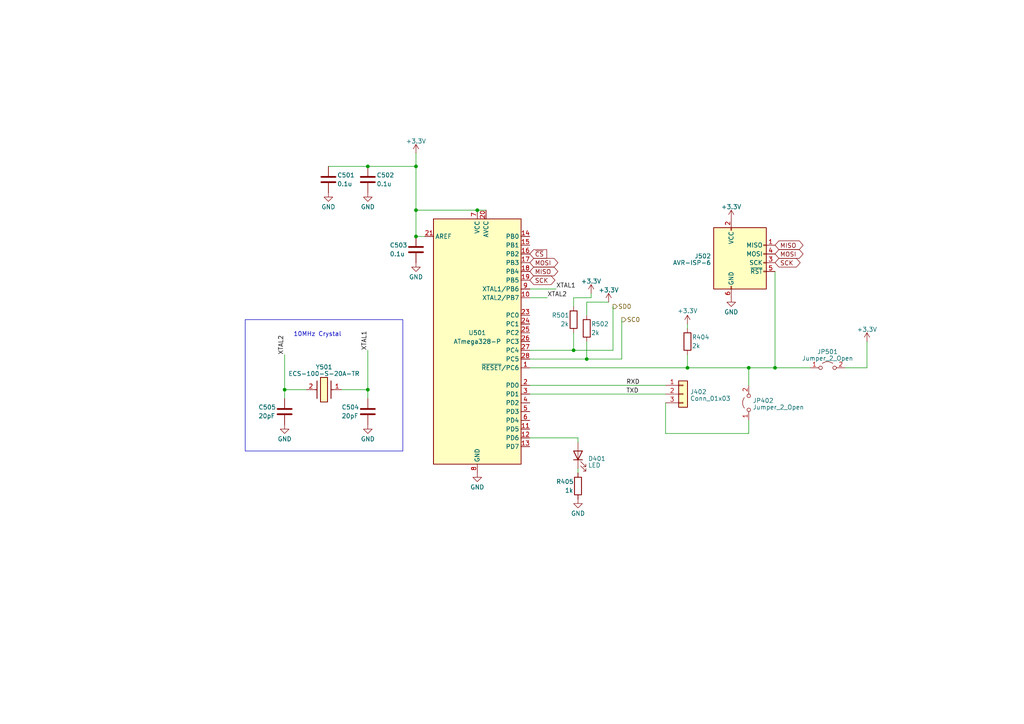
<source format=kicad_sch>
(kicad_sch (version 20230121) (generator eeschema)
  (paper "A4")
  (lib_symbols
    (symbol "Connector:AVR-ISP-6" (pin_names (offset 1.016))
      (property "Reference" "J" (at -6.35 11.43 0))
      (property "Value" "AVR-ISP-6" (at 0 11.43 0))
      (symbol "AVR-ISP-6_0_1"
        (rectangle (start -2.667 -6.858) (end -2.413 -7.62))
        (rectangle (start -2.667 10.16) (end -2.413 9.398))
        (rectangle (start 7.62 -2.413) (end 6.858 -2.667))
        (rectangle (start 7.62 0.127) (end 6.858 -0.127))
        (rectangle (start 7.62 2.667) (end 6.858 2.413))
        (rectangle (start 7.62 5.207) (end 6.858 4.953))
        (rectangle (start 7.62 10.16) (end -7.62 -7.62) (stroke (width 0.254)) (fill (type background)))
      )
      (symbol "AVR-ISP-6_1_1"
        (pin passive line (at 10.16 5.08 180) (length 2.54) (name "MISO") (number "1"))
        (pin passive line (at -2.54 12.7 270) (length 2.54) (name "VCC") (number "2"))
        (pin passive line (at 10.16 0 180) (length 2.54) (name "SCK") (number "3"))
        (pin passive line (at 10.16 2.54 180) (length 2.54) (name "MOSI") (number "4"))
        (pin passive line (at 10.16 -2.54 180) (length 2.54) (name "~{RST}") (number "5"))
        (pin passive line (at -2.54 -10.16 90) (length 2.54) (name "GND") (number "6"))
      )
    )
    (symbol "Connector_Generic:Conn_01x03" (pin_names (offset 1.016) hide)
      (property "Reference" "J" (at 0 5.08 0))
      (property "Value" "Conn_01x03" (at 0 -5.08 0))
      (symbol "Conn_01x03_1_1"
        (rectangle (start -1.27 -2.413) (end 0 -2.667) (stroke (width 0.1524)))
        (rectangle (start -1.27 0.127) (end 0 -0.127) (stroke (width 0.1524)))
        (rectangle (start -1.27 2.667) (end 0 2.413) (stroke (width 0.1524)))
        (rectangle (start -1.27 3.81) (end 1.27 -3.81) (stroke (width 0.254)) (fill (type background)))
        (pin passive line (at -5.08 2.54 0) (length 3.81) (name "Pin_1") (number "1"))
        (pin passive line (at -5.08 0 0) (length 3.81) (name "Pin_2") (number "2"))
        (pin passive line (at -5.08 -2.54 0) (length 3.81) (name "Pin_3") (number "3"))
      )
    )
    (symbol "Device:C" (pin_numbers hide) (pin_names (offset 0.254))
      (property "Reference" "C" (at 0.635 2.54 0))
      (property "Value" "C" (at 0.635 -2.54 0))
      (symbol "C_0_1"
        (polyline (pts (xy -2.032 -0.762) (xy 2.032 -0.762)) (stroke (width 0.508)))
        (polyline (pts (xy -2.032 0.762) (xy 2.032 0.762)) (stroke (width 0.508)))
      )
      (symbol "C_1_1"
        (pin passive line (at 0 3.81 270) (length 2.794) (name "~") (number "1"))
        (pin passive line (at 0 -3.81 90) (length 2.794) (name "~") (number "2"))
      )
    )
    (symbol "Device:LED" (pin_numbers hide) (pin_names (offset 1.016) hide)
      (property "Reference" "D" (at 0 2.54 0))
      (property "Value" "LED" (at 0 -2.54 0))
      (symbol "LED_0_1"
        (polyline (pts (xy -1.27 -1.27) (xy -1.27 1.27)) (stroke (width 0.254)))
        (polyline (pts (xy -1.27 0) (xy 1.27 0)))
        (polyline (pts (xy 1.27 -1.27) (xy 1.27 1.27) (xy -1.27 0) (xy 1.27 -1.27)) (stroke (width 0.254)))
        (polyline (pts (xy -3.048 -0.762) (xy -4.572 -2.286) (xy -3.81 -2.286) (xy -4.572 -2.286) (xy -4.572 -1.524)))
        (polyline (pts (xy -1.778 -0.762) (xy -3.302 -2.286) (xy -2.54 -2.286) (xy -3.302 -2.286) (xy -3.302 -1.524)))
      )
      (symbol "LED_1_1"
        (pin passive line (at -3.81 0 0) (length 2.54) (name "K") (number "1"))
        (pin passive line (at 3.81 0 180) (length 2.54) (name "A") (number "2"))
      )
    )
    (symbol "Device:R" (pin_numbers hide) (pin_names (offset 0))
      (property "Reference" "R" (at 2.032 0 90))
      (property "Value" "R" (at 0 0 90))
      (symbol "R_0_1"
        (rectangle (start -1.016 -2.54) (end 1.016 2.54) (stroke (width 0.254)))
      )
      (symbol "R_1_1"
        (pin passive line (at 0 3.81 270) (length 1.27) (name "~") (number "1"))
        (pin passive line (at 0 -3.81 90) (length 1.27) (name "~") (number "2"))
      )
    )
    (symbol "Jumper:Jumper_2_Open" (pin_names (offset 0) hide)
      (property "Reference" "JP" (at 0 2.794 0))
      (property "Value" "Jumper_2_Open" (at 0 -2.286 0))
      (symbol "Jumper_2_Open_0_0"
        (circle (center -2.032 0) (radius 0.508))
        (circle (center 2.032 0) (radius 0.508))
      )
      (symbol "Jumper_2_Open_0_1"
        (arc (start 1.524 1.27) (mid 0 1.778) (end -1.524 1.27))
      )
      (symbol "Jumper_2_Open_1_1"
        (pin passive line (at -5.08 0 0) (length 2.54) (name "A") (number "1"))
        (pin passive line (at 5.08 0 180) (length 2.54) (name "B") (number "2"))
      )
    )
    (symbol "MCU_Microchip_ATmega:ATmega328-P"
      (property "Reference" "U" (at -12.7 36.83 0))
      (property "Value" "ATmega328-P" (at 2.54 -36.83 0))
      (symbol "ATmega328-P_0_1"
        (rectangle (start -12.7 -35.56) (end 12.7 35.56) (stroke (width 0.254)) (fill (type background)))
      )
      (symbol "ATmega328-P_1_1"
        (pin bidirectional line (at 15.24 -7.62 180) (length 2.54) (name "~{RESET}/PC6") (number "1"))
        (pin bidirectional line (at 15.24 12.7 180) (length 2.54) (name "XTAL2/PB7") (number "10"))
        (pin bidirectional line (at 15.24 -25.4 180) (length 2.54) (name "PD5") (number "11"))
        (pin bidirectional line (at 15.24 -27.94 180) (length 2.54) (name "PD6") (number "12"))
        (pin bidirectional line (at 15.24 -30.48 180) (length 2.54) (name "PD7") (number "13"))
        (pin bidirectional line (at 15.24 30.48 180) (length 2.54) (name "PB0") (number "14"))
        (pin bidirectional line (at 15.24 27.94 180) (length 2.54) (name "PB1") (number "15"))
        (pin bidirectional line (at 15.24 25.4 180) (length 2.54) (name "PB2") (number "16"))
        (pin bidirectional line (at 15.24 22.86 180) (length 2.54) (name "PB3") (number "17"))
        (pin bidirectional line (at 15.24 20.32 180) (length 2.54) (name "PB4") (number "18"))
        (pin bidirectional line (at 15.24 17.78 180) (length 2.54) (name "PB5") (number "19"))
        (pin bidirectional line (at 15.24 -12.7 180) (length 2.54) (name "PD0") (number "2"))
        (pin power_in line (at 2.54 38.1 270) (length 2.54) (name "AVCC") (number "20"))
        (pin passive line (at -15.24 30.48 0) (length 2.54) (name "AREF") (number "21"))
        (pin passive line (at 0 -38.1 90) (length 2.54) hide (name "GND") (number "22"))
        (pin bidirectional line (at 15.24 7.62 180) (length 2.54) (name "PC0") (number "23"))
        (pin bidirectional line (at 15.24 5.08 180) (length 2.54) (name "PC1") (number "24"))
        (pin bidirectional line (at 15.24 2.54 180) (length 2.54) (name "PC2") (number "25"))
        (pin bidirectional line (at 15.24 0 180) (length 2.54) (name "PC3") (number "26"))
        (pin bidirectional line (at 15.24 -2.54 180) (length 2.54) (name "PC4") (number "27"))
        (pin bidirectional line (at 15.24 -5.08 180) (length 2.54) (name "PC5") (number "28"))
        (pin bidirectional line (at 15.24 -15.24 180) (length 2.54) (name "PD1") (number "3"))
        (pin bidirectional line (at 15.24 -17.78 180) (length 2.54) (name "PD2") (number "4"))
        (pin bidirectional line (at 15.24 -20.32 180) (length 2.54) (name "PD3") (number "5"))
        (pin bidirectional line (at 15.24 -22.86 180) (length 2.54) (name "PD4") (number "6"))
        (pin power_in line (at 0 38.1 270) (length 2.54) (name "VCC") (number "7"))
        (pin power_in line (at 0 -38.1 90) (length 2.54) (name "GND") (number "8"))
        (pin bidirectional line (at 15.24 15.24 180) (length 2.54) (name "XTAL1/PB6") (number "9"))
      )
    )
    (symbol "SamacSys_Parts:ECS-100-S-20A-TR" (pin_names hide)
      (property "Reference" "Y" (at 8.89 6.35 0))
      (property "Value" "ECS-100-S-20A-TR" (at 8.89 3.81 0))
      (symbol "ECS-100-S-20A-TR_1_1"
        (polyline (pts (xy 3.048 0) (xy 2.54 0)) (stroke (width 0.254)))
        (polyline (pts (xy 3.048 2.54) (xy 3.048 -2.54)) (stroke (width 0.254)))
        (polyline (pts (xy 7.112 0) (xy 7.62 0)) (stroke (width 0.254)))
        (polyline (pts (xy 7.112 2.54) (xy 7.112 -2.54)) (stroke (width 0.254)))
        (rectangle (start 4.064 3.556) (end 6.096 -3.556) (stroke (width 0.254)) (fill (type background)))
        (pin passive line (at 10.16 0 180) (length 2.54) (name "CRYSTAL__2") (number "1"))
        (pin passive line (at 0 0 0) (length 2.54) (name "CRYSTAL__2") (number "2"))
      )
    )
    (symbol "power:+3.3V" (power) (pin_names (offset 0))
      (property "Value" "+3.3V" (at 0 3.556 0))
      (symbol "+3.3V_0_1"
        (polyline (pts (xy -0.762 1.27) (xy 0 2.54)))
        (polyline (pts (xy 0 0) (xy 0 2.54)))
        (polyline (pts (xy 0 2.54) (xy 0.762 1.27)))
      )
      (symbol "+3.3V_1_1"
        (pin power_in line (at 0 0 90) (length 0) hide (name "+3.3V") (number "1"))
      )
    )
    (symbol "power:GND" (power) (pin_names (offset 0))
      (property "Value" "GND" (at 0 -3.81 0))
      (symbol "GND_0_1"
        (polyline (pts (xy 0 0) (xy 0 -1.27) (xy 1.27 -1.27) (xy 0 -2.54) (xy -1.27 -1.27) (xy 0 -1.27)))
      )
      (symbol "GND_1_1"
        (pin power_in line (at 0 0 270) (length 0) hide (name "GND") (number "1"))
      )
    )
  )
  (junction (at 82.55 113.03))
  (junction (at 224.79 106.68))
  (junction (at 106.68 48.26))
  (junction (at 120.65 60.96))
  (junction (at 170.18 104.14))
  (junction (at 120.65 48.26))
  (junction (at 166.37 101.6))
  (junction (at 106.68 113.03))
  (junction (at 120.65 68.58))
  (junction (at 217.17 106.68))
  (junction (at 138.43 60.96))
  (junction (at 199.39 106.68))
  (wire (pts (xy 217.17 106.68) (xy 224.79 106.68)))
  (wire (pts (xy 95.25 48.26) (xy 106.68 48.26)))
  (wire (pts (xy 171.45 86.36) (xy 171.45 85.09)))
  (wire (pts (xy 82.55 113.03) (xy 82.55 115.57)))
  (wire (pts (xy 82.55 113.03) (xy 88.9 113.03)))
  (wire (pts (xy 153.67 106.68) (xy 199.39 106.68)))
  (wire (pts (xy 153.67 104.14) (xy 170.18 104.14)))
  (wire (pts (xy 120.65 60.96) (xy 138.43 60.96)))
  (wire (pts (xy 120.65 44.45) (xy 120.65 48.26)))
  (wire (pts (xy 199.39 102.87) (xy 199.39 106.68)))
  (wire (pts (xy 224.79 106.68) (xy 234.95 106.68)))
  (wire (pts (xy 170.18 87.63) (xy 176.53 87.63)))
  (wire (pts (xy 158.75 86.36) (xy 153.67 86.36)))
  (wire (pts (xy 106.68 113.03) (xy 99.06 113.03)))
  (wire (pts (xy 245.11 106.68) (xy 251.46 106.68)))
  (wire (pts (xy 177.8 101.6) (xy 177.8 88.9)))
  (wire (pts (xy 153.67 111.76) (xy 193.04 111.76)))
  (wire (pts (xy 170.18 104.14) (xy 180.34 104.14)))
  (wire (pts (xy 161.29 83.82) (xy 153.67 83.82)))
  (wire (pts (xy 217.17 125.73) (xy 217.17 121.92)))
  (wire (pts (xy 106.68 101.6) (xy 106.68 113.03)))
  (wire (pts (xy 180.34 104.14) (xy 180.34 92.71)))
  (wire (pts (xy 120.65 68.58) (xy 123.19 68.58)))
  (wire (pts (xy 199.39 106.68) (xy 217.17 106.68)))
  (wire (pts (xy 166.37 86.36) (xy 166.37 88.9)))
  (wire (pts (xy 138.43 60.96) (xy 140.97 60.96)))
  (wire (pts (xy 193.04 125.73) (xy 217.17 125.73)))
  (wire (pts (xy 120.65 48.26) (xy 120.65 60.96)))
  (wire (pts (xy 153.67 114.3) (xy 193.04 114.3)))
  (wire (pts (xy 224.79 78.74) (xy 224.79 106.68)))
  (wire (pts (xy 82.55 102.87) (xy 82.55 113.03)))
  (wire (pts (xy 217.17 111.76) (xy 217.17 106.68)))
  (wire (pts (xy 171.45 86.36) (xy 166.37 86.36)))
  (wire (pts (xy 166.37 101.6) (xy 177.8 101.6)))
  (wire (pts (xy 120.65 68.58) (xy 120.65 60.96)))
  (wire (pts (xy 251.46 106.68) (xy 251.46 99.06)))
  (wire (pts (xy 106.68 113.03) (xy 106.68 115.57)))
  (wire (pts (xy 170.18 87.63) (xy 170.18 91.44)))
  (wire (pts (xy 199.39 93.98) (xy 199.39 95.25)))
  (wire (pts (xy 106.68 48.26) (xy 120.65 48.26)))
  (wire (pts (xy 170.18 99.06) (xy 170.18 104.14)))
  (wire (pts (xy 193.04 116.84) (xy 193.04 125.73)))
  (wire (pts (xy 153.67 127) (xy 167.64 127)))
  (wire (pts (xy 167.64 135.89) (xy 167.64 137.16)))
  (wire (pts (xy 153.67 101.6) (xy 166.37 101.6)))
  (wire (pts (xy 167.64 127) (xy 167.64 128.27)))
  (wire (pts (xy 166.37 96.52) (xy 166.37 101.6)))
  (rectangle (start 71.12 92.71) (end 116.84 130.81))
  (text "10MHz Crystal" (at 85.09 97.79 0) (effects (font (size 1.27 1.27)) (justify left bottom)))
  (label "RXD" (at 181.61 111.76 0))
  (label "XTAL2" (at 82.55 102.87 90))
  (label "XTAL1" (at 161.29 83.82 0))
  (label "TXD" (at 181.61 114.3 0))
  (label "XTAL2" (at 158.75 86.36 0))
  (label "XTAL1" (at 106.68 101.6 90))
  (global_label "MISO" (shape bidirectional) (at 153.67 78.74 0) (property "Intersheetrefs" "${INTERSHEET_REFS}" (effects hide)))
  (global_label "SCK" (shape bidirectional) (at 153.67 81.28 0) (property "Intersheetrefs" "${INTERSHEET_REFS}" (effects hide)))
  (global_label "~{CS}" (shape input) (at 153.67 73.66 0) (property "Intersheetrefs" "${INTERSHEET_REFS}" (effects hide)))
  (global_label "MOSI" (shape bidirectional) (at 224.79 73.66 0) (property "Intersheetrefs" "${INTERSHEET_REFS}" (effects hide)))
  (global_label "SCK" (shape bidirectional) (at 224.79 76.2 0) (property "Intersheetrefs" "${INTERSHEET_REFS}" (effects hide)))
  (global_label "MOSI" (shape bidirectional) (at 153.67 76.2 0) (property "Intersheetrefs" "${INTERSHEET_REFS}" (effects hide)))
  (global_label "MISO" (shape bidirectional) (at 224.79 71.12 0) (property "Intersheetrefs" "${INTERSHEET_REFS}" (effects hide)))
  (hierarchical_label "SC0" (shape output) (at 180.34 92.71 0))
  (hierarchical_label "SD0" (shape output) (at 177.8 88.9 0))
  (symbol (lib_id "Device:R") (at 166.37 92.71 0) (unit 1)
    (property "Reference" "R501" (at 160.02 91.44 0) (effects (justify left)))
    (property "Value" "2k" (at 162.56 93.98 0) (effects (justify left)))
    (property "Footprint" "Capacitor_SMD:C_0603_1608Metric_Pad1.08x0.95mm_HandSolder" (effects hide))
    (instances (project "payload" (path "" (reference "R501") (unit 1)) (path "" (reference "R101") (unit 1))) (project "electrical-power-system" (path "" (reference "R401") (unit 1))))
  )
  (symbol (lib_id "Device:C") (at 120.65 72.39 0) (unit 1)
    (property "Reference" "C503" (at 113.03 71.12 0) (effects (justify left)))
    (property "Value" "0.1u" (at 113.03 73.66 0) (effects (justify left)))
    (property "Footprint" "Capacitor_SMD:C_0603_1608Metric" (effects hide))
    (instances (project "payload" (path "" (reference "C503") (unit 1))) (project "electrical-power-system" (path "" (reference "C404") (unit 1))) (project "PDB" (path "" (reference "C18") (unit 1))))
  )
  (symbol (lib_id "Connector:AVR-ISP-6") (at 214.63 76.2 0) (unit 1)
    (property "Reference" "J502" (at 206.248 74.2863 0) (effects (justify right)))
    (property "Value" "AVR-ISP-6" (at 206.248 76.2073 0) (effects (justify right)))
    (property "Footprint" "Connector_PinHeader_2.00mm:PinHeader_2x03_P2.00mm_Vertical" (effects hide))
    (property "Datasheet" " ~" (effects hide))
  )
  (symbol (lib_id "Device:C") (at 95.25 52.07 0) (unit 1)
    (property "Reference" "C501" (at 97.79 50.8 0) (effects (justify left)))
    (property "Value" "0.1u" (at 97.79 53.34 0) (effects (justify left)))
    (property "Footprint" "Capacitor_SMD:C_0603_1608Metric" (effects hide))
    (instances (project "payload" (path "" (reference "C501") (unit 1))) (project "electrical-power-system" (path "" (reference "C403") (unit 1))) (project "PDB" (path "" (reference "C18") (unit 1))))
  )
  (symbol (lib_id "Jumper:Jumper_2_Open") (at 217.17 116.84 90) (unit 1)
    (property "Reference" "JP402" (at 218.313 116.1963 90) (effects (justify right)))
    (property "Value" "Jumper_2_Open" (at 218.313 118.1173 90) (effects (justify right)))
    (property "Footprint" "Jumper:SolderJumper-2_P1.3mm_Open_Pad1.0x1.5mm" (effects hide))
    (instances (project "payload" (path "" (reference "JP402") (unit 1))) (project "electrical-power-system" (path "" (reference "JP401") (unit 1))))
  )
  (symbol (lib_id "power:GND") (at 106.68 55.88 0) (unit 1)
    (property "Reference" "#PWR0502" (effects hide))
    (property "Value" "GND" (at 106.68 60.0155 0))
    (instances (project "payload" (path "" (reference "#PWR0502") (unit 1))) (project "electrical-power-system" (path "" (reference "#PWR0407") (unit 1))))
  )
  (symbol (lib_id "power:+3.3V") (at 171.45 85.09 0) (unit 1)
    (property "Reference" "#PWR0113" (effects hide))
    (property "Value" "+3.3V" (at 171.45 81.5881 0))
    (instances (project "payload" (path "" (reference "#PWR0113") (unit 1)) (path "" (reference "#PWR0505") (unit 1))) (project "electrical-power-system" (path "" (reference "#PWR0119") (unit 1))))
  )
  (symbol (lib_id "power:GND") (at 167.64 144.78 0) (unit 1)
    (property "Reference" "#PWR0416" (effects hide))
    (property "Value" "GND" (at 167.64 148.9155 0))
    (instances (project "payload" (path "" (reference "#PWR0416") (unit 1))) (project "electrical-power-system" (path "" (reference "#PWR0408") (unit 1))))
  )
  (symbol (lib_id "power:GND") (at 138.43 137.16 0) (unit 1)
    (property "Reference" "#PWR0504" (effects hide))
    (property "Value" "GND" (at 138.43 141.2955 0))
    (instances (project "payload" (path "" (reference "#PWR0504") (unit 1))) (project "electrical-power-system" (path "" (reference "#PWR0408") (unit 1))))
  )
  (symbol (lib_id "MCU_Microchip_ATmega:ATmega328-P") (at 138.43 99.06 0) (unit 1)
    (property "Reference" "U501" (at 138.43 96.52 0))
    (property "Value" "ATmega328-P" (at 138.43 99.06 0))
    (property "Footprint" "Package_DIP:DIP-28_W7.62mm" (effects hide))
    (property "Datasheet" "http://ww1.microchip.com/downloads/en/DeviceDoc/ATmega328_P%20AVR%20MCU%20with%20picoPower%20Technology%20Data%20Sheet%2040001984A.pdf" (effects hide))
    (instances (project "payload" (path "" (reference "U501") (unit 1))) (project "electrical-power-system" (path "" (reference "U402") (unit 1))))
  )
  (symbol (lib_id "Device:C") (at 106.68 119.38 0) (unit 1)
    (property "Reference" "C504" (at 99.06 118.11 0) (effects (justify left)))
    (property "Value" "20pF" (at 99.06 120.65 0) (effects (justify left)))
    (property "Footprint" "Capacitor_SMD:C_0603_1608Metric" (effects hide))
    (instances (project "payload" (path "" (reference "C504") (unit 1))) (project "electrical-power-system" (path "" (reference "C404") (unit 1))) (project "PDB" (path "" (reference "C18") (unit 1))))
  )
  (symbol (lib_id "power:GND") (at 95.25 55.88 0) (unit 1)
    (property "Reference" "#PWR0501" (effects hide))
    (property "Value" "GND" (at 95.25 60.0155 0))
    (instances (project "payload" (path "" (reference "#PWR0501") (unit 1))) (project "electrical-power-system" (path "" (reference "#PWR0406") (unit 1))))
  )
  (symbol (lib_id "power:GND") (at 106.68 123.19 0) (unit 1)
    (property "Reference" "#PWR0512" (effects hide))
    (property "Value" "GND" (at 106.68 127.3255 0))
    (instances (project "payload" (path "" (reference "#PWR0512") (unit 1))) (project "electrical-power-system" (path "" (reference "#PWR0408") (unit 1))))
  )
  (symbol (lib_id "power:+3.3V") (at 199.39 93.98 0) (unit 1)
    (property "Reference" "#PWR0102" (effects hide))
    (property "Value" "+3.3V" (at 199.39 90.17 0))
    (instances (project "payload" (path "" (reference "#PWR0102") (unit 1)) (path "" (reference "#PWR0415") (unit 1))) (project "electrical-power-system" (path "" (reference "#PWR0119") (unit 1))))
  )
  (symbol (lib_id "power:+3.3V") (at 120.65 44.45 0) (unit 1)
    (property "Reference" "#PWR0102" (effects hide))
    (property "Value" "+3.3V" (at 120.65 40.9481 0))
    (instances (project "payload" (path "" (reference "#PWR0102") (unit 1)) (path "" (reference "#PWR0503") (unit 1))) (project "electrical-power-system" (path "" (reference "#PWR0119") (unit 1))))
  )
  (symbol (lib_id "Connector_Generic:Conn_01x03") (at 198.12 114.3 0) (unit 1)
    (property "Reference" "J402" (at 200.152 113.6563 0) (effects (justify left)))
    (property "Value" "Conn_01x03" (at 200.152 115.5773 0) (effects (justify left)))
    (property "Footprint" "Connector_PinHeader_2.00mm:PinHeader_1x03_P2.00mm_Vertical" (effects hide))
  )
  (symbol (lib_id "Device:R") (at 167.64 140.97 0) (unit 1)
    (property "Reference" "R405" (at 161.29 139.7 0) (effects (justify left)))
    (property "Value" "1k" (at 163.83 142.24 0) (effects (justify left)))
    (property "Footprint" "Capacitor_SMD:C_0603_1608Metric_Pad1.08x0.95mm_HandSolder" (effects hide))
    (instances (project "payload" (path "" (reference "R405") (unit 1)) (path "" (reference "R101") (unit 1))) (project "electrical-power-system" (path "" (reference "R401") (unit 1))))
  )
  (symbol (lib_id "Device:R") (at 170.18 95.25 0) (unit 1)
    (property "Reference" "R502" (at 171.45 93.98 0) (effects (justify left)))
    (property "Value" "2k" (at 171.45 96.52 0) (effects (justify left)))
    (property "Footprint" "Capacitor_SMD:C_0603_1608Metric_Pad1.08x0.95mm_HandSolder" (effects hide))
    (instances (project "payload" (path "" (reference "R502") (unit 1)) (path "" (reference "R102") (unit 1))) (project "electrical-power-system" (path "" (reference "R402") (unit 1))))
  )
  (symbol (lib_id "Device:C") (at 82.55 119.38 0) (unit 1)
    (property "Reference" "C505" (at 74.93 118.11 0) (effects (justify left)))
    (property "Value" "20pF" (at 74.93 120.65 0) (effects (justify left)))
    (property "Footprint" "Capacitor_SMD:C_0603_1608Metric" (effects hide))
    (instances (project "payload" (path "" (reference "C505") (unit 1))) (project "electrical-power-system" (path "" (reference "C404") (unit 1))) (project "PDB" (path "" (reference "C18") (unit 1))))
  )
  (symbol (lib_id "power:GND") (at 120.65 76.2 0) (unit 1)
    (property "Reference" "#PWR0510" (effects hide))
    (property "Value" "GND" (at 120.65 80.3355 0))
    (instances (project "payload" (path "" (reference "#PWR0510") (unit 1))) (project "electrical-power-system" (path "" (reference "#PWR0407") (unit 1))))
  )
  (symbol (lib_id "power:+3.3V") (at 212.09 63.5 0) (unit 1)
    (property "Reference" "#PWR0102" (effects hide))
    (property "Value" "+3.3V" (at 212.09 59.9981 0))
    (instances (project "payload" (path "" (reference "#PWR0102") (unit 1)) (path "" (reference "#PWR0508") (unit 1))) (project "electrical-power-system" (path "" (reference "#PWR0119") (unit 1))))
  )
  (symbol (lib_id "power:GND") (at 212.09 86.36 0) (unit 1)
    (property "Reference" "#PWR0509" (effects hide))
    (property "Value" "GND" (at 212.09 90.4955 0))
    (instances (project "payload" (path "" (reference "#PWR0509") (unit 1))) (project "electrical-power-system" (path "" (reference "#PWR0408") (unit 1))))
  )
  (symbol (lib_id "Device:LED") (at 167.64 132.08 90) (unit 1)
    (property "Reference" "D401" (at 170.561 133.0238 90) (effects (justify right)))
    (property "Value" "LED" (at 170.561 134.9448 90) (effects (justify right)))
    (property "Footprint" "LED_SMD:LED_0402_1005Metric_Pad0.77x0.64mm_HandSolder" (effects hide))
  )
  (symbol (lib_id "Device:R") (at 199.39 99.06 0) (unit 1)
    (property "Reference" "R404" (at 200.66 97.79 0) (effects (justify left)))
    (property "Value" "2k" (at 200.66 100.33 0) (effects (justify left)))
    (property "Footprint" "Capacitor_SMD:C_0603_1608Metric_Pad1.08x0.95mm_HandSolder" (effects hide))
    (instances (project "payload" (path "" (reference "R404") (unit 1)) (path "" (reference "R102") (unit 1))) (project "electrical-power-system" (path "" (reference "R402") (unit 1))))
  )
  (symbol (lib_id "power:+3.3V") (at 176.53 87.63 0) (unit 1)
    (property "Reference" "#PWR0114" (effects hide))
    (property "Value" "+3.3V" (at 176.53 84.1281 0))
    (instances (project "payload" (path "" (reference "#PWR0114") (unit 1)) (path "" (reference "#PWR0506") (unit 1))) (project "electrical-power-system" (path "" (reference "#PWR0119") (unit 1))))
  )
  (symbol (lib_id "Device:C") (at 106.68 52.07 0) (unit 1)
    (property "Reference" "C502" (at 109.22 50.8 0) (effects (justify left)))
    (property "Value" "0.1u" (at 109.22 53.34 0) (effects (justify left)))
    (property "Footprint" "Capacitor_SMD:C_0603_1608Metric" (effects hide))
    (instances (project "payload" (path "" (reference "C502") (unit 1))) (project "electrical-power-system" (path "" (reference "C404") (unit 1))) (project "PDB" (path "" (reference "C18") (unit 1))))
  )
  (symbol (lib_id "power:+3.3V") (at 251.46 99.06 0) (unit 1)
    (property "Reference" "#PWR0102" (effects hide))
    (property "Value" "+3.3V" (at 251.46 95.5581 0))
    (instances (project "payload" (path "" (reference "#PWR0102") (unit 1)) (path "" (reference "#PWR0507") (unit 1))) (project "electrical-power-system" (path "" (reference "#PWR0119") (unit 1))))
  )
  (symbol (lib_id "SamacSys_Parts:ECS-100-S-20A-TR") (at 88.9 113.03 0) (unit 1)
    (property "Reference" "Y501" (at 93.98 106.4641 0))
    (property "Value" "ECS-100-S-20A-TR" (at 93.98 108.3851 0))
    (property "Footprint" "SamacSys_Parts:ECS100S20ATR" (effects hide))
    (property "Datasheet" "https://componentsearchengine.com/Datasheets/1/ECS-100-S-20A-TR.pdf" (effects hide))
    (property "Height" "1.7" (effects hide))
    (property "Manufacturer_Name" "ECS" (effects hide))
    (property "Manufacturer_Part_Number" "ECS-100-S-20A-TR" (effects hide))
    (property "Mouser Part Number" "520-CSQ1000-S" (effects hide))
    (property "Mouser Price/Stock" "https://www.mouser.co.uk/ProductDetail/ECS/ECS-100-S-20A-TR?qs=CkbNAJEAr%2FSMlrNZVKia%252BA%3D%3D" (effects hide))
  )
  (symbol (lib_id "power:GND") (at 82.55 123.19 0) (unit 1)
    (property "Reference" "#PWR0511" (effects hide))
    (property "Value" "GND" (at 82.55 127.3255 0))
    (instances (project "payload" (path "" (reference "#PWR0511") (unit 1))) (project "electrical-power-system" (path "" (reference "#PWR0408") (unit 1))))
  )
  (symbol (lib_id "Jumper:Jumper_2_Open") (at 240.03 106.68 0) (unit 1)
    (property "Reference" "JP501" (at 240.03 102.0191 0))
    (property "Value" "Jumper_2_Open" (at 240.03 103.9401 0))
    (property "Footprint" "Jumper:SolderJumper-2_P1.3mm_Open_Pad1.0x1.5mm" (effects hide))
    (instances (project "payload" (path "" (reference "JP501") (unit 1))) (project "electrical-power-system" (path "" (reference "JP401") (unit 1))))
  )
)
</source>
